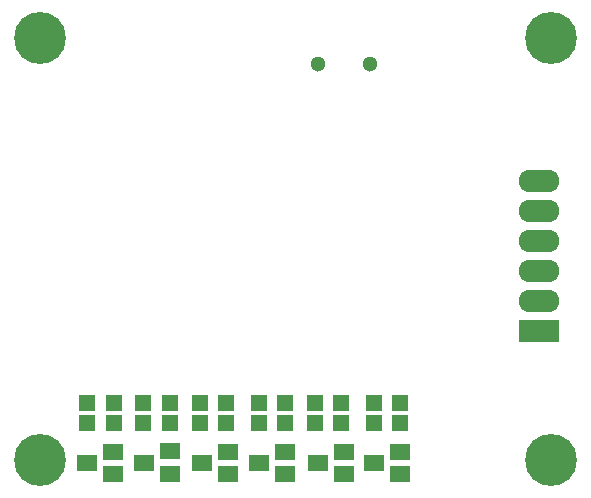
<source format=gbs>
G04 #@! TF.FileFunction,Soldermask,Bot*
%FSLAX46Y46*%
G04 Gerber Fmt 4.6, Leading zero omitted, Abs format (unit mm)*
G04 Created by KiCad (PCBNEW 4.0.7) date 03/21/18 23:37:41*
%MOMM*%
%LPD*%
G01*
G04 APERTURE LIST*
%ADD10C,0.101600*%
%ADD11C,1.300000*%
%ADD12R,3.448000X1.924000*%
%ADD13O,3.448000X1.924000*%
%ADD14R,1.800000X1.400000*%
%ADD15R,1.350000X1.400000*%
%ADD16C,4.400000*%
G04 APERTURE END LIST*
D10*
D11*
X165150000Y-40250000D03*
X160750000Y-40250000D03*
D12*
X179500000Y-62850000D03*
D13*
X179500000Y-60310000D03*
X179500000Y-57770000D03*
X179500000Y-55230000D03*
X179500000Y-52690000D03*
X179500000Y-50150000D03*
D14*
X143450000Y-73050000D03*
X143450000Y-74950000D03*
X141250000Y-74000000D03*
X148250000Y-73000000D03*
X148250000Y-74900000D03*
X146050000Y-73950000D03*
X153200000Y-73050000D03*
X153200000Y-74950000D03*
X151000000Y-74000000D03*
X157950000Y-73050000D03*
X157950000Y-74950000D03*
X155750000Y-74000000D03*
X162950000Y-73050000D03*
X162950000Y-74950000D03*
X160750000Y-74000000D03*
X167750000Y-73050000D03*
X167750000Y-74950000D03*
X165550000Y-74000000D03*
D15*
X143500000Y-68925000D03*
X143500000Y-70575000D03*
X141250000Y-70575000D03*
X141250000Y-68925000D03*
X148250000Y-68925000D03*
X148250000Y-70575000D03*
X146000000Y-70575000D03*
X146000000Y-68925000D03*
X153000000Y-68925000D03*
X153000000Y-70575000D03*
X150750000Y-70575000D03*
X150750000Y-68925000D03*
X158000000Y-68925000D03*
X158000000Y-70575000D03*
X155750000Y-70575000D03*
X155750000Y-68925000D03*
X162750000Y-68925000D03*
X162750000Y-70575000D03*
X160500000Y-70575000D03*
X160500000Y-68925000D03*
X167750000Y-68925000D03*
X167750000Y-70575000D03*
X165500000Y-70575000D03*
X165500000Y-68925000D03*
D16*
X180500000Y-73750000D03*
X137250000Y-73750000D03*
X137250000Y-38000000D03*
X180500000Y-38000000D03*
M02*

</source>
